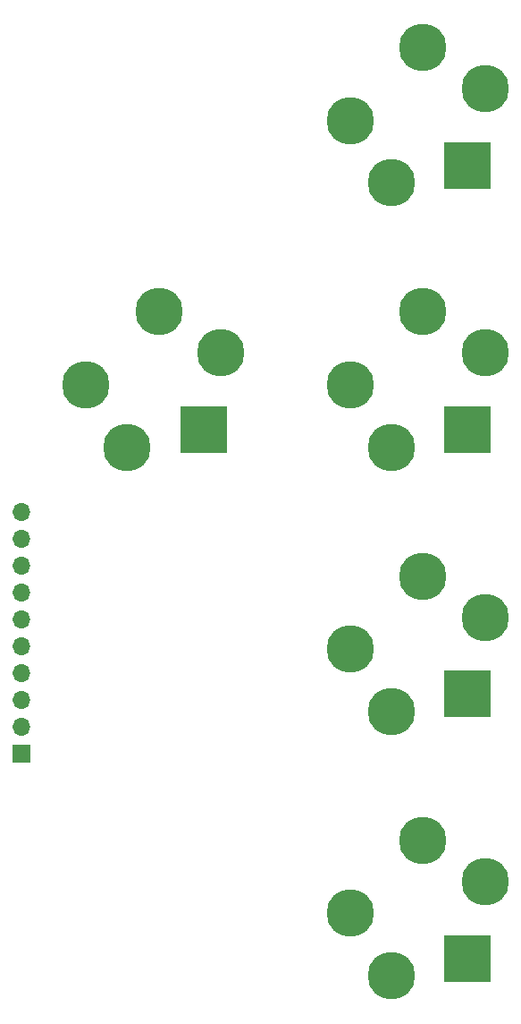
<source format=gbr>
G04 #@! TF.GenerationSoftware,KiCad,Pcbnew,(6.0.5)*
G04 #@! TF.CreationDate,2022-06-09T21:52:40-05:00*
G04 #@! TF.ProjectId,TuringJack,54757269-6e67-44a6-9163-6b2e6b696361,rev?*
G04 #@! TF.SameCoordinates,Original*
G04 #@! TF.FileFunction,Soldermask,Bot*
G04 #@! TF.FilePolarity,Negative*
%FSLAX46Y46*%
G04 Gerber Fmt 4.6, Leading zero omitted, Abs format (unit mm)*
G04 Created by KiCad (PCBNEW (6.0.5)) date 2022-06-09 21:52:40*
%MOMM*%
%LPD*%
G01*
G04 APERTURE LIST*
%ADD10C,4.500001*%
%ADD11R,4.500001X4.500001*%
%ADD12C,4.500000*%
%ADD13R,1.700000X1.700000*%
%ADD14O,1.700000X1.700000*%
G04 APERTURE END LIST*
D10*
X210500000Y-126100000D03*
X216400000Y-130000000D03*
D11*
X214740000Y-137240000D03*
D12*
X203600000Y-133000000D03*
X207500000Y-138900000D03*
D13*
X172475000Y-117860000D03*
D14*
X172475000Y-115320000D03*
X172475000Y-112780000D03*
X172475000Y-110240000D03*
X172475000Y-107700000D03*
X172475000Y-105160000D03*
X172475000Y-102620000D03*
X172475000Y-100080000D03*
X172475000Y-97540000D03*
X172475000Y-95000000D03*
D10*
X210500000Y-76100000D03*
X216400000Y-80000000D03*
D11*
X214740000Y-87240000D03*
D12*
X203600000Y-83000000D03*
X207500000Y-88900000D03*
D10*
X210500000Y-51100000D03*
X216400000Y-55000000D03*
D11*
X214740000Y-62240000D03*
D12*
X203600000Y-58000000D03*
X207500000Y-63900000D03*
D10*
X210500000Y-101100000D03*
X216400000Y-105000000D03*
D11*
X214740000Y-112240000D03*
D12*
X203600000Y-108000000D03*
X207500000Y-113900000D03*
D10*
X185500000Y-76100000D03*
X191400000Y-80000000D03*
D11*
X189740000Y-87240000D03*
D12*
X178600000Y-83000000D03*
X182500000Y-88900000D03*
M02*

</source>
